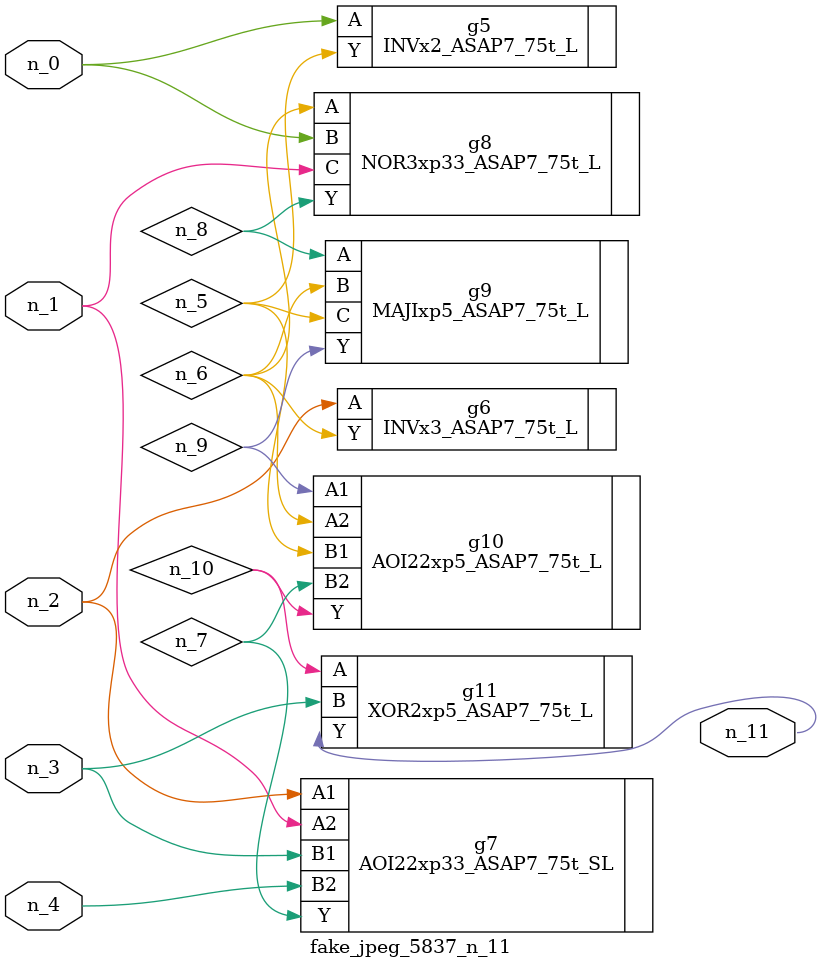
<source format=v>
module fake_jpeg_5837_n_11 (n_3, n_2, n_1, n_0, n_4, n_11);

input n_3;
input n_2;
input n_1;
input n_0;
input n_4;

output n_11;

wire n_10;
wire n_8;
wire n_9;
wire n_6;
wire n_5;
wire n_7;

INVx2_ASAP7_75t_L g5 ( 
.A(n_0),
.Y(n_5)
);

INVx3_ASAP7_75t_L g6 ( 
.A(n_2),
.Y(n_6)
);

AOI22xp33_ASAP7_75t_SL g7 ( 
.A1(n_2),
.A2(n_1),
.B1(n_3),
.B2(n_4),
.Y(n_7)
);

NOR3xp33_ASAP7_75t_L g8 ( 
.A(n_6),
.B(n_0),
.C(n_1),
.Y(n_8)
);

MAJIxp5_ASAP7_75t_L g9 ( 
.A(n_8),
.B(n_6),
.C(n_5),
.Y(n_9)
);

AOI22xp5_ASAP7_75t_L g10 ( 
.A1(n_9),
.A2(n_6),
.B1(n_5),
.B2(n_7),
.Y(n_10)
);

XOR2xp5_ASAP7_75t_L g11 ( 
.A(n_10),
.B(n_3),
.Y(n_11)
);


endmodule
</source>
